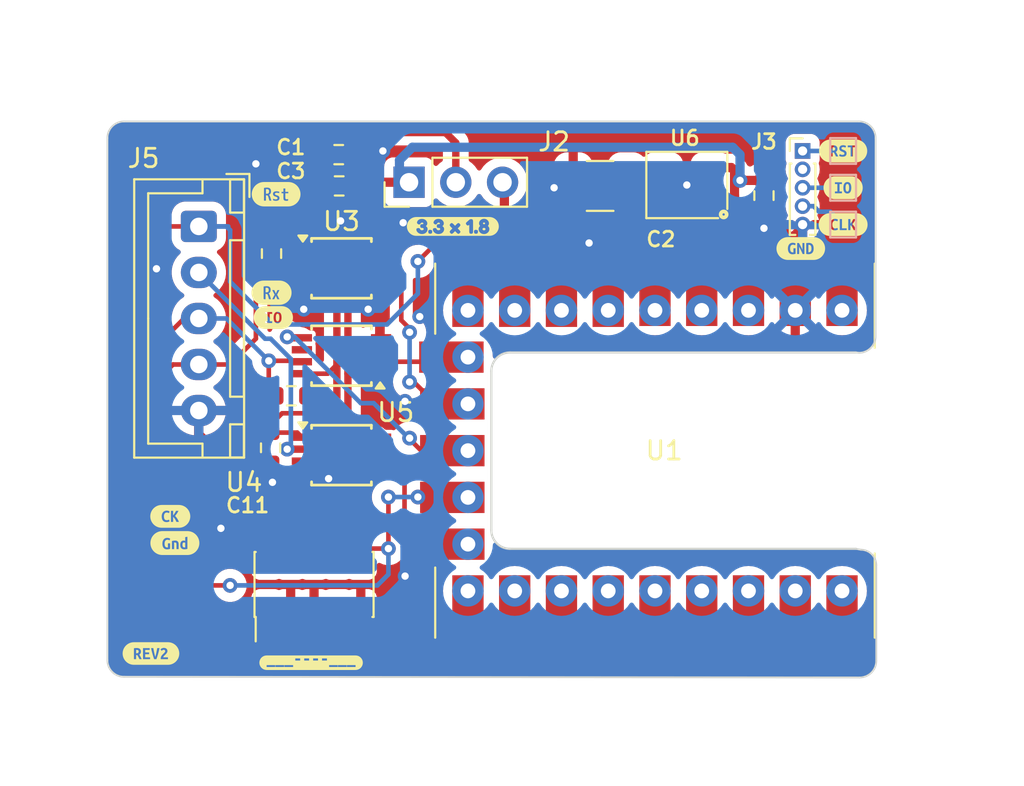
<source format=kicad_pcb>
(kicad_pcb (version 20240108) (generator "pcbnew") (generator_version "8.0")
  (layers (0 "F.Cu" signal) (31 "B.Cu" signal) (34 "B.Paste" user) (35 "F.Paste" user) (36 "B.SilkS" user "B.Silkscreen") (37 "F.SilkS" user "F.Silkscreen") (38 "B.Mask" user) (39 "F.Mask" user) (44 "Edge.Cuts" user))
  (net 0 "")
  (net 1 "+3.3V")
  (net 6 "GND")
  (net 13 "OUT_UART_RX")
  (net 17 "INOUT_NRESET")
  (net 18 "OUT_SWDIO")
  (net 19 "OUT_SWDCLK")
  (net 23 "INOUT_SWO")
  (net 24 "OUT_UART_RX_3V")
  (net 25 "INOUT_SWO_3v")
  (net 26 "VTREF")
  (net 27 "OUT_SWDIO_3V")
  (net 29 "OUT_SWDCLK_3V")
  (net 34 "V1.8")
  (net 35 "SWIO_DIR_3V")
  (net 37 "SWDCLK")
  (net 38 "UART_TX")
  (net 39 "NRST")
  (net 40 "SWDIO")
  (footprint "kibuzzard-6719D703" (layer "F.Cu") (at 119.405025 95.694975)
    (property "Reference" "kibuzzard-6719D703" (hide yes))
    (property "Value" "G***" (hide yes))
  )
  (footprint "kibuzzard-67D71DD3" (layer "F.Cu") (at 117.355025 76.944975)
    (property "Reference" "kibuzzard-67D71DD3" (hide yes))
    (property "Value" "G***" (hide yes))
  )
  (footprint "kibuzzard-67310DA4" (layer "F.Cu") (at 117.255025 75.594975)
    (property "Reference" "kibuzzard-67310DA4" (hide yes))
    (property "Value" "G***" (hide yes))
  )
  (footprint "Resistor_SMD:R_0603_1608Metric" (layer "F.Cu") (at 117.205025 84.019975 -90)
    (property "Reference" "C11" (at 3.125 1.25 180) (layer "F.SilkS") (effects (font (size 0.8 0.8))))
    (property "Value" "100n")
    (pad "1" smd roundrect (at -0.825 0 270) (size 0.8 0.95) (layers "F.Cu" "F.Paste" "F.Mask") (net 26 "VTREF"))
    (pad "2" smd roundrect (at 0.825 0 270) (size 0.8 0.95) (layers "F.Cu" "F.Paste" "F.Mask") (net 6 "GND"))
  )
  (footprint "Connector_PinHeader_2.54mm:PinHeader_1x03_P2.54mm_Vertical" (layer "F.Cu") (at 124.725025 69.594975 90)
    (property "Reference" "J2" (at 2.2 7.88 180) (layer "F.SilkS"))
    (property "Value" "Conn_01x03_Socket")
    (pad "1" thru_hole rect (at 0 0 90) (size 1.7 1.7) (drill 1) (layers "*.Cu" "*.Mask") (net 1 "+3.3V"))
    (pad "2" thru_hole oval (at 0 2.54 90) (size 1.7 1.7) (drill 1) (layers "*.Cu" "*.Mask") (net 26 "VTREF"))
    (pad "3" thru_hole oval (at 0 5.08 90) (size 1.7 1.7) (drill 1) (layers "*.Cu" "*.Mask") (net 34 "V1.8"))
  )
  (footprint "kibuzzard-67D71CE3" (layer "F.Cu") (at 148.305025 69.894975)
    (property "Reference" "kibuzzard-67D71CE3" (hide yes))
    (property "Value" "G***" (hide yes))
  )
  (footprint "Resistor_SMD:R_1210_3225Metric" (layer "F.Cu") (at 135.105025 69.794975 180)
    (property "Reference" "C2" (at -3.3 -2.9 0) (layer "F.SilkS") (effects (font (size 0.8 0.8))))
    (property "Value" "47u")
    (pad "1" smd roundrect (at -1.4625 0 180) (size 1.125 2.65) (layers "F.Cu" "F.Paste" "F.Mask") (roundrect_rratio 0.222222) (net 34 "V1.8"))
    (pad "2" smd roundrect (at 1.4625 0 180) (size 1.125 2.65) (layers "F.Cu" "F.Paste" "F.Mask") (roundrect_rratio 0.222222) (net 6 "GND"))
  )
  (footprint "kibuzzard-67D71D3A" (layer "F.Cu") (at 148.305025 71.894975)
    (property "Reference" "kibuzzard-67D71D3A" (hide yes))
    (property "Value" "G***" (hide yes))
  )
  (footprint "Resistor_SMD:R_0603_1608Metric" (layer "F.Cu") (at 120.930025 69.794975 180)
    (property "Reference" "C3" (at 2.625 0.8 0) (layer "F.SilkS") (effects (font (size 0.8 0.8))))
    (property "Value" "100n")
    (pad "1" smd roundrect (at -0.825 0 180) (size 0.8 0.95) (layers "F.Cu" "F.Paste" "F.Mask") (net 1 "+3.3V"))
    (pad "2" smd roundrect (at 0.825 0 180) (size 0.8 0.95) (layers "F.Cu" "F.Paste" "F.Mask") (net 6 "GND"))
  )
  (footprint "kibuzzard-67D71D2A" (layer "F.Cu") (at 148.305025 67.894975)
    (property "Reference" "kibuzzard-67D71D2A" (hide yes))
    (property "Value" "G***" (hide yes))
  )
  (footprint "kibuzzard-67310D89" (layer "F.Cu") (at 117.505025 70.244975)
    (property "Reference" "kibuzzard-67310D89" (hide yes))
    (property "Value" "G***" (hide yes))
  )
  (footprint "kibuzzard-67D71D53" (layer "F.Cu") (at 146.005025 73.194975)
    (property "Reference" "kibuzzard-67D71D53" (hide yes))
    (property "Value" "G***" (hide yes))
  )
  (footprint "kibuzzard-67D71DDE" (layer "F.Cu") (at 111.755025 87.744975)
    (property "Reference" "kibuzzard-67D71DDE" (hide yes))
    (property "Value" "G***" (hide yes))
  )
  (footprint "Connector_PinHeader_1.00mm:PinHeader_1x05_P1.00mm_Vertical" (layer "F.Cu") (at 146.105025 67.894975)
    (property "Reference" "J3" (at -2.1 -0.5 0) (layer "F.SilkS") (effects (font (size 0.8 0.8))))
    (property "Value" "Debug port")
    (pad "1" thru_hole rect (at 0 0) (size 0.85 0.85) (drill 0.5) (layers "*.Cu" "*.Mask") (net 39 "NRST"))
    (pad "2" thru_hole oval (at 0 1) (size 0.85 0.85) (drill 0.5) (layers "*.Cu" "*.Mask") (net 38 "UART_TX"))
    (pad "3" thru_hole oval (at 0 2) (size 0.85 0.85) (drill 0.5) (layers "*.Cu" "*.Mask") (net 40 "SWDIO"))
    (pad "4" thru_hole oval (at 0 3) (size 0.85 0.85) (drill 0.5) (layers "*.Cu" "*.Mask") (net 37 "SWDCLK"))
    (pad "5" thru_hole oval (at 0 4) (size 0.85 0.85) (drill 0.5) (layers "*.Cu" "*.Mask") (net 6 "GND"))
  )
  (footprint "Package_SO:TSSOP-8_3x3mm_P0.65mm" (layer "F.Cu") (at 121.055025 79.019975 180)
    (property "Reference" "U5" (at -2.95 -3.075 180) (layer "F.SilkS"))
    (property "Value" "VTREF<->3V")
    (pad "1" smd rect (at -2.15 -0.975 180) (size 1.1 0.4) (layers "F.Cu" "F.Paste" "F.Mask") (net 1 "+3.3V"))
    (pad "2" smd rect (at -2.15 -0.325 180) (size 1.1 0.4) (layers "F.Cu" "F.Paste" "F.Mask") (net 27 "OUT_SWDIO_3V"))
    (pad "3" smd rect (at -2.15 0.325 180) (size 1.1 0.4) (layers "F.Cu" "F.Paste" "F.Mask"))
    (pad "4" smd rect (at -2.15 0.975 180) (size 1.1 0.4) (layers "F.Cu" "F.Paste" "F.Mask") (net 6 "GND"))
    (pad "5" smd rect (at 2.15 0.975 180) (size 1.1 0.4) (layers "F.Cu" "F.Paste" "F.Mask") (net 35 "SWIO_DIR_3V"))
    (pad "6" smd rect (at 2.15 0.325 180) (size 1.1 0.4) (layers "F.Cu" "F.Paste" "F.Mask"))
    (pad "7" smd rect (at 2.15 -0.325 180) (size 1.1 0.4) (layers "F.Cu" "F.Paste" "F.Mask") (net 18 "OUT_SWDIO"))
    (pad "8" smd rect (at 2.15 -0.975 180) (size 1.1 0.4) (layers "F.Cu" "F.Paste" "F.Mask") (net 26 "VTREF"))
  )
  (footprint "Resistor_SMD:R_0603_1608Metric" (layer "F.Cu") (at 117.255025 73.469975 90)
    (property "Reference" "PULLUP2" (hide yes))
    (property "Value" "R_0603_1608Metric" (hide yes))
    (pad "1" smd roundrect (at -0.825 0 90) (size 0.8 0.95) (layers "F.Cu" "F.Paste" "F.Mask") (net 19 "OUT_SWDCLK"))
    (pad "2" smd roundrect (at 0.825 0 90) (size 0.8 0.95) (layers "F.Cu" "F.Paste" "F.Mask") (net 26 "VTREF"))
  )
  (footprint "kibuzzard-67A3B7A3" (layer "F.Cu") (at 112.005025 89.194975)
    (property "Reference" "kibuzzard-67A3B7A3" (hide yes))
    (property "Value" "G***" (hide yes))
  )
  (footprint "Resistor_SMD:R_0603_1608Metric" (layer "F.Cu") (at 118.330025 81.194975)
    (property "Reference" "PULLUP" (hide yes))
    (property "Value" "R_0603_1608Metric" (hide yes))
    (pad "1" smd roundrect (at -0.825 0) (size 0.8 0.95) (layers "F.Cu" "F.Paste" "F.Mask") (net 18 "OUT_SWDIO"))
    (pad "2" smd roundrect (at 0.825 0) (size 0.8 0.95) (layers "F.Cu" "F.Paste" "F.Mask") (net 26 "VTREF"))
  )
  (footprint "Package_SO:TSSOP-8_3x3mm_P0.65mm" (layer "F.Cu") (at 121.055025 84.419975)
    (property "Reference" "U4" (at -5.3 1.475 0) (layer "F.SilkS"))
    (property "Value" "VTREF->3V")
    (pad "1" smd rect (at -2.15 -0.975) (size 1.1 0.4) (layers "F.Cu" "F.Paste" "F.Mask") (net 26 "VTREF"))
    (pad "2" smd rect (at -2.15 -0.325) (size 1.1 0.4) (layers "F.Cu" "F.Paste" "F.Mask") (net 13 "OUT_UART_RX"))
    (pad "3" smd rect (at -2.15 0.325) (size 1.1 0.4) (layers "F.Cu" "F.Paste" "F.Mask") (net 23 "INOUT_SWO"))
    (pad "4" smd rect (at -2.15 0.975) (size 1.1 0.4) (layers "F.Cu" "F.Paste" "F.Mask") (net 6 "GND"))
    (pad "5" smd rect (at 2.15 0.975) (size 1.1 0.4) (layers "F.Cu" "F.Paste" "F.Mask") (net 26 "VTREF"))
    (pad "6" smd rect (at 2.15 0.325) (size 1.1 0.4) (layers "F.Cu" "F.Paste" "F.Mask") (net 25 "INOUT_SWO_3v"))
    (pad "7" smd rect (at 2.15 -0.325) (size 1.1 0.4) (layers "F.Cu" "F.Paste" "F.Mask") (net 24 "OUT_UART_RX_3V"))
    (pad "8" smd rect (at 2.15 -0.975) (size 1.1 0.4) (layers "F.Cu" "F.Paste" "F.Mask") (net 1 "+3.3V"))
  )
  (footprint "kibuzzard-6845954C" (layer "F.Cu") (at 110.705025 95.194975)
    (property "Reference" "kibuzzard-6845954C" (hide yes))
    (property "Value" "G***" (hide yes))
  )
  (footprint "Connector_JST:JST_XH_B5B-XH-A_1x05_P2.50mm_Vertical" (layer "F.Cu") (at 113.305025 71.994975 -90)
    (property "Reference" "J5" (at -3.7 3 180) (layer "F.SilkS"))
    (property "Value" "Debug port")
    (pad "1" thru_hole roundrect (at 0 0 270) (size 1.7 1.95) (drill 0.95) (layers "*.Cu" "*.Mask") (roundrect_rratio 0.147059) (net 17 "INOUT_NRESET"))
    (pad "2" thru_hole oval (at 2.5 0 270) (size 1.7 1.95) (drill 0.95) (layers "*.Cu" "*.Mask") (net 13 "OUT_UART_RX"))
    (pad "3" thru_hole oval (at 5 0 270) (size 1.7 1.95) (drill 0.95) (layers "*.Cu" "*.Mask") (net 18 "OUT_SWDIO"))
    (pad "4" thru_hole oval (at 7.5 0 270) (size 1.7 1.95) (drill 0.95) (layers "*.Cu" "*.Mask") (net 19 "OUT_SWDCLK"))
    (pad "5" thru_hole oval (at 10 0 270) (size 1.7 1.95) (drill 0.95) (layers "*.Cu" "*.Mask") (net 6 "GND"))
  )
  (footprint "PCM_Package_TO_SOT_SMD_AKL:TSOT-23-5" (layer "F.Cu") (at 139.815025 69.744975 180)
    (property "Reference" "U6" (at 0.11 2.55 0) (layer "F.SilkS") (effects (font (size 0.8 0.8))))
    (property "Value" "RT9013-33GB" (hide yes))
    (pad "1" smd roundrect (at -1.31 -0.95 180) (size 1.22 0.65) (layers "F.Cu" "F.Paste" "F.Mask") (net 1 "+3.3V"))
    (pad "2" smd roundrect (at -1.31 0 180) (size 1.22 0.65) (layers "F.Cu" "F.Paste" "F.Mask") (net 6 "GND"))
    (pad "3" smd roundrect (at -1.31 0.95 180) (size 1.22 0.65) (layers "F.Cu" "F.Paste" "F.Mask") (net 1 "+3.3V"))
    (pad "4" smd roundrect (at 1.31 0.95 180) (size 1.22 0.65) (layers "F.Cu" "F.Paste" "F.Mask"))
    (pad "5" smd roundrect (at 1.31 -0.95 180) (size 1.22 0.65) (layers "F.Cu" "F.Paste" "F.Mask") (net 34 "V1.8"))
  )
  (footprint "Connector_PinHeader_1.27mm:PinHeader_2x05_P1.27mm_Vertical_SMD" (layer "F.Cu") (at 119.565025 91.444975 90)
    (property "Reference" "J1" (hide yes))
    (property "Value" "jtag")
    (pad "1" smd rect (at -1.95 -2.54 90) (size 2.4 0.74) (layers "F.Cu" "F.Paste" "F.Mask"))
    (pad "2" smd rect (at 1.95 -2.54 90) (size 2.4 0.74) (layers "F.Cu" "F.Paste" "F.Mask") (net 18 "OUT_SWDIO"))
    (pad "3" smd rect (at -1.95 -1.27 90) (size 2.4 0.74) (layers "F.Cu" "F.Paste" "F.Mask") (net 6 "GND"))
    (pad "4" smd rect (at 1.95 -1.27 90) (size 2.4 0.74) (layers "F.Cu" "F.Paste" "F.Mask") (net 19 "OUT_SWDCLK"))
    (pad "5" smd rect (at -1.95 0 90) (size 2.4 0.74) (layers "F.Cu" "F.Paste" "F.Mask") (net 6 "GND"))
    (pad "6" smd rect (at 1.95 0 90) (size 2.4 0.74) (layers "F.Cu" "F.Paste" "F.Mask") (net 23 "INOUT_SWO"))
    (pad "7" smd rect (at -1.95 1.27 90) (size 2.4 0.74) (layers "F.Cu" "F.Paste" "F.Mask"))
    (pad "8" smd rect (at 1.95 1.27 90) (size 2.4 0.74) (layers "F.Cu" "F.Paste" "F.Mask"))
    (pad "9" smd rect (at -1.95 2.54 90) (size 2.4 0.74) (layers "F.Cu" "F.Paste" "F.Mask") (net 6 "GND"))
    (pad "10" smd rect (at 1.95 2.54 90) (size 2.4 0.74) (layers "F.Cu" "F.Paste" "F.Mask") (net 17 "INOUT_NRESET"))
  )
  (footprint "Resistor_SMD:R_0603_1608Metric" (layer "F.Cu") (at 120.905025 68.094975 180)
    (property "Reference" "C1" (at 2.6 0.4 0) (layer "F.SilkS") (effects (font (size 0.8 0.8))))
    (property "Value" "100n")
    (pad "1" smd roundrect (at -0.825 0 180) (size 0.8 0.95) (layers "F.Cu" "F.Paste" "F.Mask") (net 26 "VTREF"))
    (pad "2" smd roundrect (at 0.825 0 180) (size 0.8 0.95) (layers "F.Cu" "F.Paste" "F.Mask") (net 6 "GND"))
  )
  (footprint "Resistor_SMD:R_0603_1608Metric" (layer "F.Cu") (at 144.005025 70.319975 -90)
    (property "Reference" "C10" (hide yes))
    (property "Value" "100n")
    (pad "1" smd roundrect (at -0.825 0 270) (size 0.8 0.95) (layers "F.Cu" "F.Paste" "F.Mask") (net 1 "+3.3V"))
    (pad "2" smd roundrect (at 0.825 0 270) (size 0.8 0.95) (layers "F.Cu" "F.Paste" "F.Mask") (net 6 "GND"))
  )
  (footprint "RP2040 Carrier:RP2040 Zero" (layer "F.Cu") (at 125.258025 74.014975 -90)
    (property "Reference" "U1" (at 10.16 -13.327 0) (layer "F.SilkS"))
    (property "Value" "RP2040-Zero")
    (fp_line (start 5.842 -3.937) (end 14.478 -3.937) (stroke (width 0.12)) (layer "Edge.Cuts"))
    (fp_line (start 15.494 -4.953) (end 15.494 -23.749) (stroke (width 0.12)) (layer "Edge.Cuts"))
    (fp_line (start 4.826 -23.749) (end 4.826 -4.953) (stroke (width 0.12)) (layer "Edge.Cuts"))
    (fp_arc (start 5.842 -3.937) (mid 5.12358 -4.23458) (end 4.826 -4.953) (stroke (width 0.12)) (layer "Edge.Cuts"))
    (fp_arc (start 15.494 -4.953) (mid 15.19642 -4.23458) (end 14.478 -3.937) (stroke (width 0.12)) (layer "Edge.Cuts"))
    (pad "1" smd rect (at 1.64 -22.987 270) (size 3.5 1.7) (layers "F.Cu" "F.Mask"))
    (pad "1" thru_hole circle (at 2.54 -22.987 270) (size 1.7 1.7) (drill 0.8) (layers "*.Cu" "*.Mask"))
    (pad "2" smd rect (at 1.64 -20.447 270) (size 3.5 1.7) (layers "F.Cu" "F.Mask") (net 6 "GND"))
    (pad "2" thru_hole circle (at 2.54 -20.447 270) (size 1.7 1.7) (drill 0.8) (layers "*.Cu" "*.Mask") (net 6 "GND"))
    (pad "3" smd rect (at 1.64 -17.907 270) (size 3.5 1.7) (layers "F.Cu" "F.Mask") (net 1 "+3.3V"))
    (pad "3" thru_hole circle (at 2.54 -17.907 270) (size 1.7 1.7) (drill 0.8) (layers "*.Cu" "*.Mask") (net 1 "+3.3V"))
    (pad "4" smd rect (at 1.64 -15.367 270) (size 3.5 1.7) (layers "F.Cu" "F.Mask"))
    (pad "4" thru_hole circle (at 2.54 -15.367 270) (size 1.7 1.7) (drill 0.8) (layers "*.Cu" "*.Mask"))
    (pad "5" smd rect (at 1.64 -12.827 270) (size 3.5 1.7) (layers "F.Cu" "F.Mask"))
    (pad "5" thru_hole circle (at 2.54 -12.827 270) (size 1.7 1.7) (drill 0.8) (layers "*.Cu" "*.Mask"))
    (pad "6" smd rect (at 1.69 -10.287 270) (size 3.5 1.7) (layers "F.Cu" "F.Mask"))
    (pad "6" thru_hole circle (at 2.54 -10.287 270) (size 1.7 1.7) (drill 0.8) (layers "*.Cu" "*.Mask"))
    (pad "7" smd rect (at 1.69 -7.747 270) (size 3.5 1.7) (layers "F.Cu" "F.Mask") (net 17 "INOUT_NRESET"))
    (pad "7" thru_hole circle (at 2.54 -7.747 270) (size 1.7 1.7) (drill 0.8) (layers "*.Cu" "*.Mask") (net 17 "INOUT_NRESET"))
    (pad "8" smd rect (at 1.69 -5.207 270) (size 3.5 1.7) (layers "F.Cu" "F.Mask"))
    (pad "8" thru_hole circle (at 2.54 -5.207 270) (size 1.7 1.7) (drill 0.8) (layers "*.Cu" "*.Mask"))
    (pad "9" smd rect (at 1.69 -2.667 270) (size 3.5 1.7) (layers "F.Cu" "F.Mask"))
    (pad "9" thru_hole circle (at 2.54 -2.667 270) (size 1.7 1.7) (drill 0.8) (layers "*.Cu" "*.Mask"))
    (pad "10" thru_hole circle (at 17.78 -22.987 270) (size 1.7 1.7) (drill 0.8) (layers "*.Cu" "*.Mask"))
    (pad "10" smd rect (at 18.68 -22.987 270) (size 3.5 1.7) (layers "F.Cu" "F.Mask"))
    (pad "11" thru_hole circle (at 17.78 -20.447 270) (size 1.7 1.7) (drill 0.8) (layers "*.Cu" "*.Mask"))
    (pad "11" smd rect (at 18.68 -20.447 270) (size 3.5 1.7) (layers "F.Cu" "F.Mask"))
    (pad "12" thru_hole circle (at 17.78 -17.907 270) (size 1.7 1.7) (drill 0.8) (layers "*.Cu" "*.Mask"))
    (pad "12" smd rect (at 18.68 -17.907 270) (size 3.5 1.7) (layers "F.Cu" "F.Mask"))
    (pad "13" thru_hole circle (at 17.78 -15.367 270) (size 1.7 1.7) (drill 0.8) (layers "*.Cu" "*.Mask"))
    (pad "13" smd rect (at 18.68 -15.367 270) (size 3.5 1.7) (layers "F.Cu" "F.Mask"))
    (pad "14" thru_hole circle (at 17.78 -12.827 270) (size 1.7 1.7) (drill 0.8) (layers "*.Cu" "*.Mask"))
    (pad "14" smd rect (at 18.68 -12.827 270) (size 3.5 1.7) (layers "F.Cu" "F.Mask"))
    (pad "15" thru_hole circle (at 17.78 -10.287 270) (size 1.7 1.7) (drill 0.8) (layers "*.Cu" "*.Mask"))
    (pad "15" smd rect (at 18.68 -10.287 270) (size 3.5 1.7) (layers "F.Cu" "F.Mask"))
    (pad "16" thru_hole circle (at 17.78 -7.747 270) (size 1.7 1.7) (drill 0.8) (layers "*.Cu" "*.Mask"))
    (pad "16" smd rect (at 18.68 -7.747 270) (size 3.5 1.7) (layers "F.Cu" "F.Mask"))
    (pad "17" thru_hole circle (at 17.78 -5.207 270) (size 1.7 1.7) (drill 0.8) (layers "*.Cu" "*.Mask"))
    (pad "17" smd rect (at 18.68 -5.207 270) (size 3.5 1.7) (layers "F.Cu" "F.Mask"))
    (pad "18" thru_hole circle (at 17.78 -2.667 270) (size 1.7 1.7) (drill 0.8) (layers "*.Cu" "*.Mask"))
    (pad "18" smd rect (at 18.68 -2.667 270) (size 3.5 1.7) (layers "F.Cu" "F.Mask"))
    (pad "19" thru_hole circle (at 5.08 -2.667 270) (size 1.7 1.7) (drill 0.8) (layers "*.Cu" "*.Mask") (net 27 "OUT_SWDIO_3V"))
    (pad "19" smd rect (at 5.08 -1.767) (size 3.5 1.7) (layers "F.Cu" "F.Mask") (net 27 "OUT_SWDIO_3V"))
    (pad "20" thru_hole circle (at 7.62 -2.667 270) (size 1.7 1.7) (drill 0.8) (layers "*.Cu" "*.Mask") (net 29 "OUT_SWDCLK_3V"))
    (pad "20" smd rect (at 7.62 -1.817) (size 3.5 1.7) (layers "F.Cu" "F.Mask") (net 29 "OUT_SWDCLK_3V"))
    (pad "21" thru_hole circle (at 10.16 -2.667 270) (size 1.7 1.7) (drill 0.8) (layers "*.Cu" "*.Mask") (net 35 "SWIO_DIR_3V"))
    (pad "21" smd rect (at 10.16 -1.817) (size 3.5 1.7) (layers "F.Cu" "F.Mask") (net 35 "SWIO_DIR_3V"))
    (pad "22" thru_hole circle (at 12.7 -2.667 270) (size 1.7 1.7) (drill 0.8) (layers "*.Cu" "*.Mask") (net 17 "INOUT_NRESET"))
    (pad "22" smd rect (at 12.7 -1.817) (size 3.5 1.7) (layers "F.Cu" "F.Mask") (net 17 "INOUT_NRESET"))
    (pad "23" thru_hole circle (at 15.24 -2.667 270) (size 1.7 1.7) (drill 0.8) (layers "*.Cu" "*.Mask") (net 24 "OUT_UART_RX_3V"))
    (pad "23" smd rect (at 15.24 -1.817) (size 3.5 1.7) (layers "F.Cu" "F.Mask") (net 24 "OUT_UART_RX_3V"))
  )
  (footprint "kibuzzard-6714FCCA" (layer "F.Cu") (at 127.105025 71.994975)
    (property "Reference" "kibuzzard-6714FCCA" (hide yes))
    (property "Value" "G***" (hide yes))
  )
  (footprint "Package_SO:TSSOP-8_3x3mm_P0.65mm" (layer "F.Cu") (at 121.055025 74.269975)
    (property "Reference" "U3" (at 0 -2.55 0) (layer "F.SilkS"))
    (property "Value" "3V->VTREF")
    (pad "1" smd rect (at -2.15 -0.975) (size 1.1 0.4) (layers "F.Cu" "F.Paste" "F.Mask") (net 26 "VTREF"))
    (pad "2" smd rect (at -2.15 -0.325) (size 1.1 0.4) (layers "F.Cu" "F.Paste" "F.Mask") (net 19 "OUT_SWDCLK"))
    (pad "3" smd rect (at -2.15 0.325) (size 1.1 0.4) (layers "F.Cu" "F.Paste" "F.Mask"))
    (pad "4" smd rect (at -2.15 0.975) (size 1.1 0.4) (layers "F.Cu" "F.Paste" "F.Mask") (net 6 "GND"))
    (pad "5" smd rect (at 2.15 0.975) (size 1.1 0.4) (layers "F.Cu" "F.Paste" "F.Mask") (net 6 "GND"))
    (pad "6" smd rect (at 2.15 0.325) (size 1.1 0.4) (layers "F.Cu" "F.Paste" "F.Mask"))
    (pad "7" smd rect (at 2.15 -0.325) (size 1.1 0.4) (layers "F.Cu" "F.Paste" "F.Mask") (net 29 "OUT_SWDCLK_3V"))
    (pad "8" smd rect (at 2.15 -0.975) (size 1.1 0.4) (layers "F.Cu" "F.Paste" "F.Mask") (net 1 "+3.3V"))
  )
  (footprint "TestPoint:TestPoint_Pad_1.0x1.0mm" (layer "B.Cu") (at 148.305025 69.894975 180)
    (property "Reference" "REF**" (hide yes))
    (property "Value" "TestPoint_Pad_1.0x1.0mm")
    (pad "1" smd rect (at 0 0 180) (size 1 1) (layers "B.Cu" "B.Mask") (net 40 "SWDIO"))
  )
  (footprint "TestPoint:TestPoint_Pad_1.0x1.0mm" (layer "B.Cu") (at 148.305025 67.894975 180)
    (property "Reference" "REF**" (hide yes))
    (property "Value" "TestPoint_Pad_1.0x1.0mm")
    (pad "1" smd rect (at 0 0 180) (size 1 1) (layers "B.Cu" "B.Mask") (net 39 "NRST"))
  )
  (footprint "TestPoint:TestPoint_Pad_1.0x1.0mm" (layer "B.Cu") (at 148.305025 71.894975 180)
    (property "Reference" "REF**" (hide yes))
    (property "Value" "TestPoint_Pad_1.0x1.0mm")
    (pad "1" smd rect (at 0 0 180) (size 1 1) (layers "B.Cu" "B.Mask") (net 37 "SWDCLK"))
  )
  (gr_arc (start 108.341421 67.194975) (mid 108.605025 66.558579) (end 109.241421 66.294975) (stroke (width 0.1)) (layer "Edge.Cuts"))
  (gr_line (start 149.007025 89.508975) (end 149.268629 89.558579) (stroke (width 0.1)) (layer "Edge.Cuts"))
  (gr_line (start 149.205025 96.494975) (end 109.241421 96.458579) (stroke (width 0.1)) (layer "Edge.Cuts"))
  (gr_line (start 108.341421 67.194975) (end 108.341421 95.558579) (stroke (width 0.1)) (layer "Edge.Cuts"))
  (gr_line (start 149.007025 78.840975) (end 149.168629 78.858579) (stroke (width 0.1)) (layer "Edge.Cuts"))
  (gr_arc (start 149.268629 89.558579) (mid 149.86005 89.803554) (end 150.105025 90.394975) (stroke (width 0.1)) (layer "Edge.Cuts"))
  (gr_arc (start 149.168629 66.294975) (mid 149.805025 66.558579) (end 150.068629 67.194975) (stroke (width 0.1)) (layer "Edge.Cuts"))
  (gr_line (start 150.068629 77.958579) (end 150.068629 67.194975) (stroke (width 0.1)) (layer "Edge.Cuts"))
  (gr_arc (start 150.068629 77.958579) (mid 149.805025 78.594975) (end 149.168629 78.858579) (stroke (width 0.1)) (layer "Edge.Cuts"))
  (gr_arc (start 109.241421 96.458579) (mid 108.605025 96.194975) (end 108.341421 95.558579) (stroke (width 0.1)) (layer "Edge.Cuts"))
  (gr_line (start 149.168629 66.294975) (end 109.241421 66.294975) (stroke (width 0.1)) (layer "Edge.Cuts"))
  (gr_arc (start 150.105025 95.594975) (mid 149.841421 96.231371) (end 149.205025 96.494975) (stroke (width 0.1)) (layer "Edge.Cuts"))
  (gr_line (start 150.105025 90.394975) (end 150.105025 95.594975) (stroke (width 0.1)) (layer "Edge.Cuts"))
  (segment (start 143.165025 73.754975) (end 142.405025 72.994975) (width 0.5) (layer "F.Cu") (net 1))
  (segment (start 121.505025 72.994975) (end 121.405025 73.094975) (width 0.4) (layer "F.Cu") (net 1))
  (segment (start 123.205025 79.994975) (end 121.405025 79.994975) (width 0.25) (layer "F.Cu") (net 1))
  (segment (start 141.180025 68.794975) (end 142.230025 68.794975) (width 0.5) (layer "F.Cu") (net 1))
  (segment (start 121.405025 73.494975) (end 121.405025 79.994975) (width 0.4) (layer "F.Cu") (net 1))
  (segment (start 121.405025 73.094975) (end 121.405025 73.494975) (width 0.4) (layer "F.Cu") (net 1))
  (segment (start 121.955025 83.444975) (end 121.405025 82.894975) (width 0.25) (layer "F.Cu") (net 1))
  (segment (start 142.405025 68.969975) (end 142.230025 68.794975) (width 0.5) (layer "F.Cu") (net 1))
  (segment (start 123.205025 73.294975) (end 121.592525 73.294975) (width 0.25) (layer "F.Cu") (net 1))
  (segment (start 121.405025 79.994975) (end 121.405025 82.894975) (width 0.4) (layer "F.Cu") (net 1))
  (segment (start 142.405025 72.994975) (end 142.405025 70.294975) (width 0.5) (layer "F.Cu") (net 1))
  (segment (start 143.165025 75.654975) (end 143.165025 73.754975) (width 0.5) (layer "F.Cu") (net 1))
  (segment (start 121.755025 69.794975) (end 121.955025 69.594975) (width 0.5) (layer "F.Cu") (net 1))
  (segment (start 142.705025 69.494975) (end 143.830025 69.494975) (width 0.5) (layer "F.Cu") (net 1))
  (segment (start 142.405025 70.794975) (end 142.405025 68.969975) (width 0.5) (layer "F.Cu") (net 1))
  (segment (start 122.505025 71.994975) (end 122.505025 69.594975) (width 0.4) (layer "F.Cu") (net 1))
  (segment (start 121.955025 83.444975) (end 122.942525 83.444975) (width 0.25) (layer "F.Cu") (net 1))
  (segment (start 121.955025 69.594975) (end 124.725025 69.594975) (width 0.5) (layer "F.Cu") (net 1))
  (segment (start 141.225025 70.794975) (end 142.405025 70.794975) (width 0.4) (layer "F.Cu") (net 1))
  (segment (start 121.505025 72.994975) (end 122.505025 71.994975) (width 0.4) (layer "F.Cu") (net 1))
  (segment (start 143.830025 69.494975) (end 144.005025 69.669975) (width 0.5) (layer "F.Cu") (net 1))
  (via (at 142.705025 69.494975) (size 0.8) (drill 0.4) (layers "F.Cu" "B.Cu") (net 1))
  (segment (start 142.305025 67.694975) (end 124.905025 67.694975) (width 0.5) (layer "B.Cu") (net 1))
  (segment (start 142.705025 69.494975) (end 142.705025 68.094975) (width 0.5) (layer "B.Cu") (net 1))
  (segment (start 124.205025 68.394975) (end 124.205025 69.594975) (width 0.5) (layer "B.Cu") (net 1))
  (segment (start 142.705025 68.094975) (end 142.655025 68.044975) (width 0.5) (layer "B.Cu") (net 1))
  (segment (start 142.355025 67.744975) (end 142.305025 67.694975) (width 0.5) (layer "B.Cu") (net 1))
  (segment (start 142.655025 68.044975) (end 142.355025 67.744975) (width 0.5) (layer "B.Cu") (net 1))
  (segment (start 124.905025 67.694975) (end 124.205025 68.394975) (width 0.5) (layer "B.Cu") (net 1))
  (segment (start 117.305025 85.894975) (end 117.205025 85.794975) (width 0.25) (layer "F.Cu") (net 6))
  (segment (start 117.205025 85.794975) (end 117.205025 84.844975) (width 0.25) (layer "F.Cu") (net 6))
  (segment (start 145.505025 75.554975) (end 145.505025 72.644975) (width 0.5) (layer "F.Cu") (net 6))
  (segment (start 117.305025 85.894975) (end 117.402512 85.894975) (width 0.25) (layer "F.Cu") (net 6))
  (segment (start 118.905025 76.394975) (end 119.005025 76.494975) (width 0.25) (layer "F.Cu") (net 6))
  (segment (start 115.905025 85.894975) (end 113.305025 83.294975) (width 0.5) (layer "F.Cu") (net 6))
  (segment (start 123.005025 77.844975) (end 123.005025 76.494975) (width 0.25) (layer "F.Cu") (net 6))
  (segment (start 123.205025 78.044975) (end 123.005025 77.844975) (width 0.25) (layer "F.Cu") (net 6))
  (segment (start 121.005025 71.694975) (end 121.005025 70.694975) (width 0.25) (layer "F.Cu") (net 6))
  (segment (start 144.955025 72.094975) (end 144.005025 72.094975) (width 0.5) (layer "F.Cu") (net 6))
  (segment (start 123.005025 75.444975) (end 123.205025 75.244975) (width 0.25) (layer "F.Cu") (net 6))
  (segment (start 124.505025 90.994975) (end 124.51005 90.98995) (width 0.5) (layer "F.Cu") (net 6))
  (segment (start 117.402512 85.894975) (end 117.502512 85.994975) (width 0.25) (layer "F.Cu") (net 6))
  (segment (start 124.505025 94.994975) (end 124.505025 90.994975) (width 0.5) (layer "F.Cu") (net 6))
  (segment (start 120.265025 95.794975) (end 124.505025 95.794975) (width 0.5) (layer "F.Cu") (net 6))
  (segment (start 113.305025 83.294975) (end 113.305025 81.994975) (width 0.5) (layer "F.Cu") (net 6))
  (segment (start 144.005025 71.144975) (end 144.005025 72.094975) (width 0.25) (layer "F.Cu") (net 6))
  (segment (start 120.355025 85.694975) (end 119.205025 85.694975) (width 0.25) (layer "F.Cu") (net 6))
  (segment (start 120.080025 68.094975) (end 120.080025 69.769975) (width 0.25) (layer "F.Cu") (net 6))
  (segment (start 139.815025 69.744975) (end 141.125025 69.744975) (width 0.4) (layer "F.Cu") (net 6))
  (segment (start 123.005025 76.494975) (end 122.505025 76.494975) (width 0.25) (layer "F.Cu") (net 6))
  (segment (start 119.205025 85.694975) (end 118.905025 85.394975) (width 0.25) (layer "F.Cu") (net 6))
  (segment (start 145.505025 72.644975) (end 146.105025 72.044975) (width 0.5) (layer "F.Cu") (net 6))
  (segment (start 123.005025 76.494975) (end 123.005025 75.444975) (width 0.25) (layer "F.Cu") (net 6))
  (segment (start 117.305025 85.894975) (end 115.905025 85.894975) (width 0.5) (layer "F.Cu") (net 6))
  (segment (start 121.005025 70.694975) (end 120.105025 69.794975) (width 0.25) (layer "F.Cu") (net 6))
  (segment (start 124.505025 94.994975) (end 122.905025 93.394975) (width 0.5) (layer "F.Cu") (net 6))
  (segment (start 120.265025 95.794975) (end 119.565025 95.094975) (width 0.5) (layer "F.Cu") (net 6))
  (segment (start 145.505025 72.644975) (end 144.955025 72.094975) (width 0.5) (layer "F.Cu") (net 6))
  (segment (start 118.905025 75.244975) (end 118.905025 76.394975) (width 0.25) (layer "F.Cu") (net 6))
  (segment (start 133.542525 69.894975) (end 132.617525 69.894975) (width 0.5) (layer "F.Cu") (net 6))
  (segment (start 118.295025 93.394975) (end 119.565025 93.394975) (width 0.5) (layer "F.Cu") (net 6))
  (segment (start 122.905025 93.394975) (end 122.105025 93.394975) (width 0.5) (layer "F.Cu") (net 6))
  (segment (start 124.505025 95.794975) (end 124.505025 94.994975) (width 0.5) (layer "F.Cu") (net 6))
  (segment (start 119.565025 95.094975) (end 119.565025 93.394975) (width 0.5) (layer "F.Cu") (net 6))
  (via (at 116.405025 68.594975) (size 0.8) (drill 0.4) (layers "F.Cu" "B.Cu") (net 6))
  (via (at 121.005025 71.694975) (size 0.8) (drill 0.4) (layers "F.Cu" "B.Cu") (net 6))
  (via (at 114.505025 88.394975) (size 0.8) (drill 0.4) (layers "F.Cu" "B.Cu") (net 6))
  (via (at 124.405025 71.794975) (size 0.8) (drill 0.4) (layers "F.Cu" "B.Cu") (net 6))
  (via (at 132.605025 69.894975) (size 0.8) (drill 0.4) (layers "F.Cu" "B.Cu") (net 6))
  (via (at 111.005025 74.294975) (size 0.8) (drill 0.4) (layers "F.Cu" "B.Cu") (net 6))
  (via (at 125.305025 76.894975) (size 0.8) (drill 0.4) (layers "F.Cu" "B.Cu") (net 6))
  (via (at 123.305025 67.894975) (size 0.8) (drill 0.4) (layers "F.Cu" "B.Cu") (net 6))
  (via (at 134.505025 72.894975) (size 0.8) (drill 0.4) (layers "F.Cu" "B.Cu") (net 6))
  (via (at 119.005025 76.494975) (size 0.8) (drill 0.4) (layers "F.Cu" "B.Cu") (net 6))
  (via (at 139.815025 69.744975) (size 0.8) (drill 0.4) (layers "F.Cu" "B.Cu") (net 6))
  (via (at 122.505025 76.494975) (size 0.8) (drill 0.4) (layers "F.Cu" "B.Cu") (net 6))
  (via (at 117.305025 85.894975) (size 0.8) (drill 0.4) (layers "F.Cu" "B.Cu") (net 6))
  (via (at 124.505025 81.494975) (size 0.8) (drill 0.4) (layers "F.Cu" "B.Cu") (net 6))
  (via (at 120.355025 85.694975) (size 0.8) (drill 0.4) (layers "F.Cu" "B.Cu") (net 6))
  (via (at 124.51005 90.98995) (size 0.8) (drill 0.4) (layers "F.Cu" "B.Cu") (net 6))
  (via (at 144.005025 72.094975) (size 0.8) (drill 0.4) (layers "F.Cu" "B.Cu") (net 6))
  (segment (start 132.605025 71.694975) (end 132.605025 69.894975) (width 0.5) (layer "B.Cu") (net 6))
  (segment (start 124.51005 90.98995) (end 124.505025 90.984925) (width 0.5) (layer "B.Cu") (net 6))
  (segment (start 124.505025 90.984925) (end 124.505025 89.394975) (width 0.5) (layer "B.Cu") (net 6))
  (segment (start 121.005025 74.194975) (end 121.005025 71.394975) (width 0.25) (layer "B.Cu") (net 6))
  (segment (start 119.905025 85.894975) (end 117.305025 85.894975) (width 0.5) (layer "B.Cu") (net 6))
  (segment (start 124.505025 89.192893) (end 121.207107 85.894975) (width 0.5) (layer "B.Cu") (net 6))
  (segment (start 124.305025 71.694975) (end 124.405025 71.794975) (width 0.5) (layer "B.Cu") (net 6))
  (segment (start 122.505025 75.694975) (end 121.005025 74.194975) (width 0.25) (layer "B.Cu") (net 6))
  (segment (start 121.005025 71.694975) (end 124.305025 71.694975) (width 0.5) (layer "B.Cu") (net 6))
  (segment (start 143.605025 71.694975) (end 144.005025 72.094975) (width 0.5) (layer "B.Cu") (net 6))
  (segment (start 146.505025 71.894975) (end 146.105025 71.894975) (width 0.25) (layer "B.Cu") (net 6))
  (segment (start 121.207107 85.894975) (end 119.905025 85.894975) (width 0.5) (layer "B.Cu") (net 6))
  (segment (start 125.605025 71.694975) (end 143.605025 71.694975) (width 0.5) (layer "B.Cu") (net 6))
  (segment (start 124.405025 71.794975) (end 124.505025 71.694975) (width 0.5) (layer "B.Cu") (net 6))
  (segment (start 124.505025 89.394975) (end 124.505025 89.192893) (width 0.5) (layer "B.Cu") (net 6))
  (segment (start 126.305025 87.594975) (end 124.505025 89.394975) (width 0.5) (layer "B.Cu") (net 6))
  (segment (start 124.505025 71.694975) (end 125.605025 71.694975) (width 0.5) (layer "B.Cu") (net 6))
  (segment (start 119.005025 76.494975) (end 122.505025 76.494975) (width 0.25) (layer "B.Cu") (net 6))
  (segment (start 125.605025 71.694975) (end 126.305025 72.394975) (width 0.5) (layer "B.Cu") (net 6))
  (segment (start 141.805025 70.734925) (end 141.58505 70.51495) (width 0.5) (layer "B.Cu") (net 6))
  (segment (start 140.815075 69.744975) (end 139.815025 69.744975) (width 0.5) (layer "B.Cu") (net 6))
  (segment (start 126.305025 72.394975) (end 126.305025 87.594975) (width 0.5) (layer "B.Cu") (net 6))
  (segment (start 122.505025 76.494975) (end 122.505025 75.694975) (width 0.25) (layer "B.Cu") (net 6))
  (segment (start 141.58505 70.51495) (end 140.815075 69.744975) (width 0.5) (layer "B.Cu") (net 6))
  (segment (start 141.805025 71.694975) (end 141.805025 70.734925) (width 0.5) (layer "B.Cu") (net 6))
  (segment (start 141.58505 70.51495) (end 141.16005 70.08995) (width 0.5) (layer "B.Cu") (net 6))
  (via (at 118.105025 84.094975) (size 0.8) (drill 0.4) (layers "F.Cu" "B.Cu") (net 13))
  (segment (start 118.105025 84.094975) (end 118.305025 83.894975) (width 0.25) (layer "B.Cu") (net 13))
  (segment (start 116.905025 78.094975) (end 113.305025 74.494975) (width 0.25) (layer "B.Cu") (net 13))
  (segment (start 117.205025 78.094975) (end 116.905025 78.094975) (width 0.25) (layer "B.Cu") (net 13))
  (segment (start 118.305025 83.894975) (end 118.305025 79.194975) (width 0.25) (layer "B.Cu") (net 13))
  (segment (start 118.305025 79.194975) (end 117.205025 78.094975) (width 0.25) (layer "B.Cu") (net 13))
  (segment (start 109.905025 73.794975) (end 109.905025 87.894975) (width 0.25) (layer "F.Cu") (net 17))
  (segment (start 123.605025 89.494975) (end 122.105025 89.494975) (width 0.25) (layer "F.Cu") (net 17))
  (segment (start 111.705025 71.994975) (end 109.905025 73.794975) (width 0.25) (layer "F.Cu") (net 17))
  (segment (start 113.505025 91.494975) (end 115.005025 91.494975) (width 0.25) (layer "F.Cu") (net 17))
  (segment (start 126.205025 72.894975) (end 132.505025 72.894975) (width 0.25) (layer "F.Cu") (net 17))
  (segment (start 109.905025 87.894975) (end 113.505025 91.494975) (width 0.25) (layer "F.Cu") (net 17))
  (segment (start 123.605025 86.694975) (end 123.605025 89.494975) (width 0.25) (layer "F.Cu") (net 17))
  (segment (start 113.305025 71.994975) (end 111.705025 71.994975) (width 0.25) (layer "F.Cu") (net 17))
  (segment (start 133.005025 75.704975) (end 133.005025 73.394975) (width 0.25) (layer "F.Cu") (net 17))
  (segment (start 126.205025 72.894975) (end 125.205025 73.894975) (width 0.25) (layer "F.Cu") (net 17))
  (segment (start 133.005025 73.394975) (end 132.505025 72.894975) (width 0.25) (layer "F.Cu") (net 17))
  (via (at 123.605025 86.694975) (size 0.8) (drill 0.4) (layers "F.Cu" "B.Cu") (net 17))
  (via (at 125.205025 73.894975) (size 0.8) (drill 0.4) (layers "F.Cu" "B.Cu") (net 17))
  (via (at 115.005025 91.494975) (size 0.8) (drill 0.4) (layers "F.Cu" "B.Cu") (net 17))
  (via (at 125.205025 86.694975) (size 0.8) (drill 0.4) (layers "F.Cu" "B.Cu") (net 17))
  (via (at 123.605025 89.494975) (size 0.8) (drill 0.4) (layers "F.Cu" "B.Cu") (net 17))
  (segment (start 114.805025 71.994975) (end 113.305025 71.994975) (width 0.25) (layer "B.Cu") (net 17))
  (segment (start 117.330025 77.319975) (end 115.005025 74.994975) (width 0.25) (layer "B.Cu") (net 17))
  (segment (start 125.205025 75.644975) (end 123.530025 77.319975) (width 0.25) (layer "B.Cu") (net 17))
  (segment (start 115.005025 74.994975) (end 115.005025 72.194975) (width 0.25) (layer "B.Cu") (net 17))
  (segment (start 115.005025 72.194975) (end 114.805025 71.994975) (width 0.25) (layer "B.Cu") (net 17))
  (segment (start 123.530025 77.319975) (end 117.330025 77.319975) (width 0.25) (layer "B.Cu") (net 17))
  (segment (start 125.205025 75.644975) (end 125.205025 73.944975) (width 0.25) (layer "B.Cu") (net 17))
  (segment (start 113.305025 71.994975) (end 114.905025 71.994975) (width 0.25) (layer "B.Cu") (net 17))
  (segment (start 125.205025 86.694975) (end 123.605025 86.694975) (width 0.25) (layer "B.Cu") (net 17))
  (segment (start 115.005025 91.494975) (end 123.005025 91.494975) (width 0.25) (layer "B.Cu") (net 17))
  (segment (start 123.005025 91.494975) (end 123.605025 90.894975) (width 0.25) (layer "B.Cu") (net 17))
  (segment (start 123.605025 90.894975) (end 123.605025 89.494975) (width 0.25) (layer "B.Cu") (net 17))
  (segment (start 110.705025 86.194975) (end 110.705025 78.794975) (width 0.25) (layer "F.Cu") (net 18))
  (segment (start 117.505025 81.194975) (end 117.105025 80.794975) (width 0.25) (layer "F.Cu") (net 18))
  (segment (start 118.855025 79.294975) (end 117.105025 79.294975) (width 0.25) (layer "F.Cu") (net 18))
  (segment (start 117.105025 80.794975) (end 117.105025 79.294975) (width 0.25) (layer "F.Cu") (net 18))
  (segment (start 110.705025 78.794975) (end 112.505025 76.994975) (width 0.25) (layer "F.Cu") (net 18))
  (segment (start 117.025025 89.494975) (end 114.005025 89.494975) (width 0.25) (layer "F.Cu") (net 18))
  (segment (start 114.005025 89.494975) (end 110.705025 86.194975) (width 0.25) (layer "F.Cu") (net 18))
  (via (at 117.105025 79.294975) (size 0.8) (drill 0.4) (layers "F.Cu" "B.Cu") (net 18))
  (segment (start 117.105025 79.294975) (end 114.805025 76.994975) (width 0.25) (layer "B.Cu") (net 18))
  (segment (start 114.805025 76.994975) (end 113.305025 76.994975) (width 0.25) (layer "B.Cu") (net 18))
  (segment (start 116.405025 74.994975) (end 116.405025 78.094975) (width 0.25) (layer "F.Cu") (net 19))
  (segment (start 118.905025 73.944975) (end 117.455025 73.944975) (width 0.25) (layer "F.Cu") (net 19))
  (segment (start 117.905025 87.194975) (end 118.295025 87.584975) (width 0.25) (layer "F.Cu") (net 19))
  (segment (start 111.605025 79.794975) (end 111.605025 84.794975) (width 0.25) (layer "F.Cu") (net 19))
  (segment (start 114.005025 87.194975) (end 117.905025 87.194975) (width 0.25) (layer "F.Cu") (net 19))
  (segment (start 118.295025 87.584975) (end 118.295025 89.494975) (width 0.25) (layer "F.Cu") (net 19))
  (segment (start 111.905025 79.494975) (end 111.605025 79.794975) (width 0.25) (layer "F.Cu") (net 19))
  (segment (start 111.605025 84.794975) (end 114.005025 87.194975) (width 0.25) (layer "F.Cu") (net 19))
  (segment (start 116.405025 78.094975) (end 115.005025 79.494975) (width 0.25) (layer "F.Cu") (net 19))
  (segment (start 117.455025 73.944975) (end 116.405025 74.994975) (width 0.25) (layer "F.Cu") (net 19))
  (segment (start 115.005025 79.494975) (end 113.305025 79.494975) (width 0.25) (layer "F.Cu") (net 19))
  (segment (start 113.305025 79.494975) (end 111.905025 79.494975) (width 0.25) (layer "F.Cu") (net 19))
  (segment (start 124.480025 88.069975) (end 124.480025 84.669975) (width 0.25) (layer "F.Cu") (net 24))
  (segment (start 123.905025 84.094975) (end 123.205025 84.094975) (width 0.25) (layer "F.Cu") (net 24))
  (segment (start 125.665025 89.254975) (end 124.480025 88.069975) (width 0.25) (layer "F.Cu") (net 24))
  (segment (start 124.480025 84.669975) (end 123.905025 84.094975) (width 0.25) (layer "F.Cu") (net 24))
  (segment (start 119.155025 81.194975) (end 120.755025 81.194975) (width 0.25) (layer "F.Cu") (net 26))
  (segment (start 127.265025 69.594975) (end 127.265025 67.454975) (width 0.4) (layer "F.Cu") (net 26))
  (segment (start 118.905025 71.094975) (end 119.055025 71.244975) (width 0.4) (layer "F.Cu") (net 26))
  (segment (start 121.730025 68.094975) (end 121.730025 66.969975) (width 0.25) (layer "F.Cu") (net 26))
  (segment (start 127.265025 67.454975) (end 126.705025 66.894975) (width 0.4) (layer "F.Cu") (net 26))
  (segment (start 120.805025 72.994975) (end 120.805025 79.594975) (width 0.4) (layer "F.Cu") (net 26))
  (segment (start 120.805025 82.144975) (end 117.830025 82.144975) (width 0.25) (layer "F.Cu") (net 26))
  (segment (start 121.805025 66.894975) (end 119.305025 66.894975) (width 0.4) (layer "F.Cu") (net 26))
  (segment (start 121.730025 66.969975) (end 121.805025 66.894975) (width 0.25) (layer "F.Cu") (net 26))
  (segment (start 120.805025 79.594975) (end 120.705025 79.594975) (width 0.25) (layer "F.Cu") (net 26))
  (segment (start 120.805025 83.730763) (end 120.805025 82.794975) (width 0.4) (layer "F.Cu") (net 26))
  (segment (start 117.255025 71.494975) (end 117.505025 71.244975) (width 0.25) (layer "F.Cu") (net 26))
  (segment (start 119.055025 71.244975) (end 120.805025 72.994975) (width 0.4) (layer "F.Cu") (net 26))
  (segment (start 120.755025 81.194975) (end 120.805025 81.144975) (width 0.25) (layer "F.Cu") (net 26))
  (segment (start 117.255025 72.644975) (end 117.255025 71.494975) (width 0.25) (layer "F.Cu") (net 26))
  (segment (start 120.805025 81.144975) (end 120.805025 82.794975) (width 0.4) (layer "F.Cu") (net 26))
  (segment (start 126.705025 66.894975) (end 121.805025 66.894975) (width 0.4) (layer "F.Cu") (net 26))
  (segment (start 120.805025 82.294975) (end 120.805025 82.144975) (width 0.25) (layer "F.Cu") (net 26))
  (segment (start 120.705025 79.594975) (end 120.305025 79.994975) (width 0.25) (layer "F.Cu") (net 26))
  (segment (start 123.205025 85.394975) (end 122.469237 85.394975) (width 0.25) (layer "F.Cu") (net 26))
  (segment (start 117.505025 71.244975) (end 119.055025 71.244975) (width 0.25) (layer "F.Cu") (net 26))
  (segment (start 118.905025 73.294975) (end 120.667525 73.294975) (width 0.25) (layer "F.Cu") (net 26))
  (segment (start 120.305025 79.994975) (end 118.905025 79.994975) (width 0.25) (layer "F.Cu") (net 26))
  (segment (start 118.655025 83.194975) (end 117.205025 83.194975) (width 0.25) (layer "F.Cu") (net 26))
  (segment (start 117.205025 82.769975) (end 117.205025 83.194975) (width 0.25) (layer "F.Cu") (net 26))
  (segment (start 120.805025 79.594975) (end 120.705025 79.694975) (width 0.25) (layer "F.Cu") (net 26))
  (segment (start 120.805025 79.694975) (end 120.805025 81.144975) (width 0.4) (layer "F.Cu") (net 26))
  (segment (start 119.305025 66.894975) (end 118.905025 67.294975) (width 0.4) (layer "F.Cu") (net 26))
  (segment (start 117.830025 82.144975) (end 117.205025 82.769975) (width 0.25) (layer "F.Cu") (net 26))
  (segment (start 118.905025 83.444975) (end 118.655025 83.194975) (width 0.25) (layer "F.Cu") (net 26))
  (segment (start 118.905025 67.294975) (end 118.905025 71.094975) (width 0.4) (layer "F.Cu") (net 26))
  (segment (start 122.469237 85.394975) (end 120.805025 83.730763) (width 0.25) (layer "F.Cu") (net 26))
  (segment (start 123.205025 79.344975) (end 127.675025 79.344975) (width 0.25) (layer "F.Cu") (net 27))
  (segment (start 124.985025 80.444975) (end 124.755025 80.444975) (width 0.25) (layer "F.Cu") (net 29))
  (segment (start 123.855025 73.944975) (end 123.205025 73.944975) (width 0.25) (layer "F.Cu") (net 29))
  (segment (start 124.755025 77.544975) (end 124.305025 77.094975) (width 0.25) (layer "F.Cu") (net 29))
  (segment (start 124.305025 74.394975) (end 123.855025 73.944975) (width 0.25) (layer "F.Cu") (net 29))
  (segment (start 124.305025 77.094975) (end 124.305025 74.394975) (width 0.25) (layer "F.Cu") (net 29))
  (segment (start 126.175025 81.634975) (end 124.985025 80.444975) (width 0.25) (layer "F.Cu") (net 29))
  (segment (start 124.755025 77.744975) (end 124.755025 77.544975) (width 0.25) (layer "F.Cu") (net 29))
  (via (at 124.755025 80.444975) (size 0.8) (drill 0.4) (layers "F.Cu" "B.Cu") (net 29))
  (via (at 124.755025 77.744975) (size 0.8) (drill 0.4) (layers "F.Cu" "B.Cu") (net 29))
  (segment (start 124.755025 77.744975) (end 124.755025 80.444975) (width 0.25) (layer "B.Cu") (net 29))
  (segment (start 137.605025 69.794975) (end 136.567525 69.794975) (width 0.5) (layer "F.Cu") (net 34))
  (segment (start 138.605025 71.714975) (end 138.525025 71.794975) (width 0.5) (layer "F.Cu") (net 34))
  (segment (start 138.525025 71.794975) (end 130.305025 71.794975) (width 0.5) (layer "F.Cu") (net 34))
  (segment (start 129.905025 71.394975) (end 129.905025 69.654975) (width 0.5) (layer "F.Cu") (net 34))
  (segment (start 138.505025 70.694975) (end 137.605025 69.794975) (width 0.5) (layer "F.Cu") (net 34))
  (segment (start 138.605025 71.094975) (end 138.605025 71.714975) (width 0.5) (layer "F.Cu") (net 34))
  (segment (start 130.305025 71.794975) (end 129.905025 71.394975) (width 0.5) (layer "F.Cu") (net 34))
  (segment (start 118.405025 78.094975) (end 118.855025 78.094975) (width 0.25) (layer "F.Cu") (net 35))
  (segment (start 125.385025 84.174975) (end 127.925025 84.174975) (width 0.25) (layer "F.Cu") (net 35))
  (segment (start 124.755025 83.544975) (end 125.385025 84.174975) (width 0.25) (layer "F.Cu") (net 35))
  (via (at 118.105025 77.994975) (size 0.8) (drill 0.4) (layers "F.Cu" "B.Cu") (net 35))
  (via (at 124.755025 83.494975) (size 0.8) (drill 0.4) (layers "F.Cu" "B.Cu") (net 35))
  (segment (start 122.105025 81.594975) (end 118.505025 77.994975) (width 0.25) (layer "B.Cu") (net 35))
  (segment (start 122.805025 81.594975) (end 122.105025 81.594975) (width 0.25) (layer "B.Cu") (net 35))
  (segment (start 124.755025 83.544975) (end 122.805025 81.594975) (width 0.25) (layer "B.Cu") (net 35))
  (segment (start 147.005025 71.194975) (end 147.605025 71.194975) (width 0.25) (layer "B.Cu") (net 37))
  (segment (start 146.105025 70.894975) (end 146.705025 70.894975) (width 0.25) (layer "B.Cu") (net 37))
  (segment (start 147.605025 71.194975) (end 148.305025 71.894975) (width 0.25) (layer "B.Cu") (net 37))
  (segment (start 146.705025 70.894975) (end 147.005025 71.194975) (width 0.25) (layer "B.Cu") (net 37))
  (segment (start 148.305025 67.894975) (end 146.105025 67.894975) (width 0.25) (layer "B.Cu") (net 39))
  (segment (start 148.305025 69.894975) (end 146.105025 69.894975) (width 0.25) (layer "B.Cu") (net 40))
  (zone (net 6) (net_name "GND") (layer "F.Cu") (connect_pads (clearance 0.5)) (min_thickness 0.25) (fill yes (thermal_gap 0.5) (thermal_bridge_width 0.5))
    (polygon (pts (xy 107.105025 63.694975) (xy 151.405025 63.994975) (xy 151.305025 99.294975) (xy 104.805025 98.394975)))
  )
  (zone (net 6) (net_name "GND") (layer "B.Cu") (priority 1) (connect_pads (clearance 0.5)) (min_thickness 0.25) (fill yes (thermal_gap 0.5) (thermal_bridge_width 0.5))
    (polygon (pts (xy 102.505025 59.694975) (xy 156.905025 64.194975) (xy 156.505025 99.594975) (xy 107.205025 102.394975)))
  )
)
</source>
